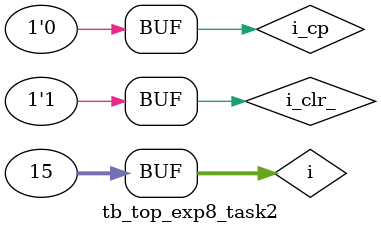
<source format=v>
module tb_top_exp8_task2;
reg i_cp;
reg i_clr_;
wire [1:0] o_q;
wire [2:0] o_d;
integer i;

initial begin
    i_cp = 1'b0;
    i_clr_ = 1'b0;
    
    #10;
    i_clr_ = 1'b1;

    for (i = 0; i < 4'hf; i = i + 1) begin
        i_cp = 1'b1;
        
        #5;
        i_cp = 1'b0;

        #5;
    end
end

top_exp8_task2 dut(
    .clockpulse(i_cp),
    .clear_(i_clr_),
    .counter_out(o_q),
    .decoder_out(o_d)
);

endmodule

</source>
